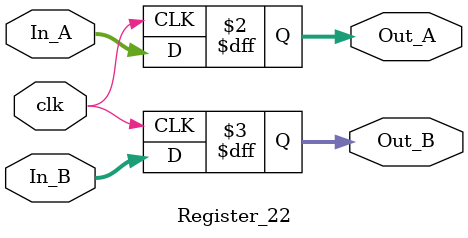
<source format=sv>
`timescale 1ns / 1ps
module Register_22(In_A, In_B,clk,Out_A,Out_B);
  input[31:0] In_A, In_B; //  input A B
	input clk; // clock input 
    output reg [31:0] Out_A,Out_B ; // output A B

  	always @(posedge clk) 
		begin
 			Out_A <= In_A;
          	Out_B <= In_B; 
		end 
endmodule
</source>
